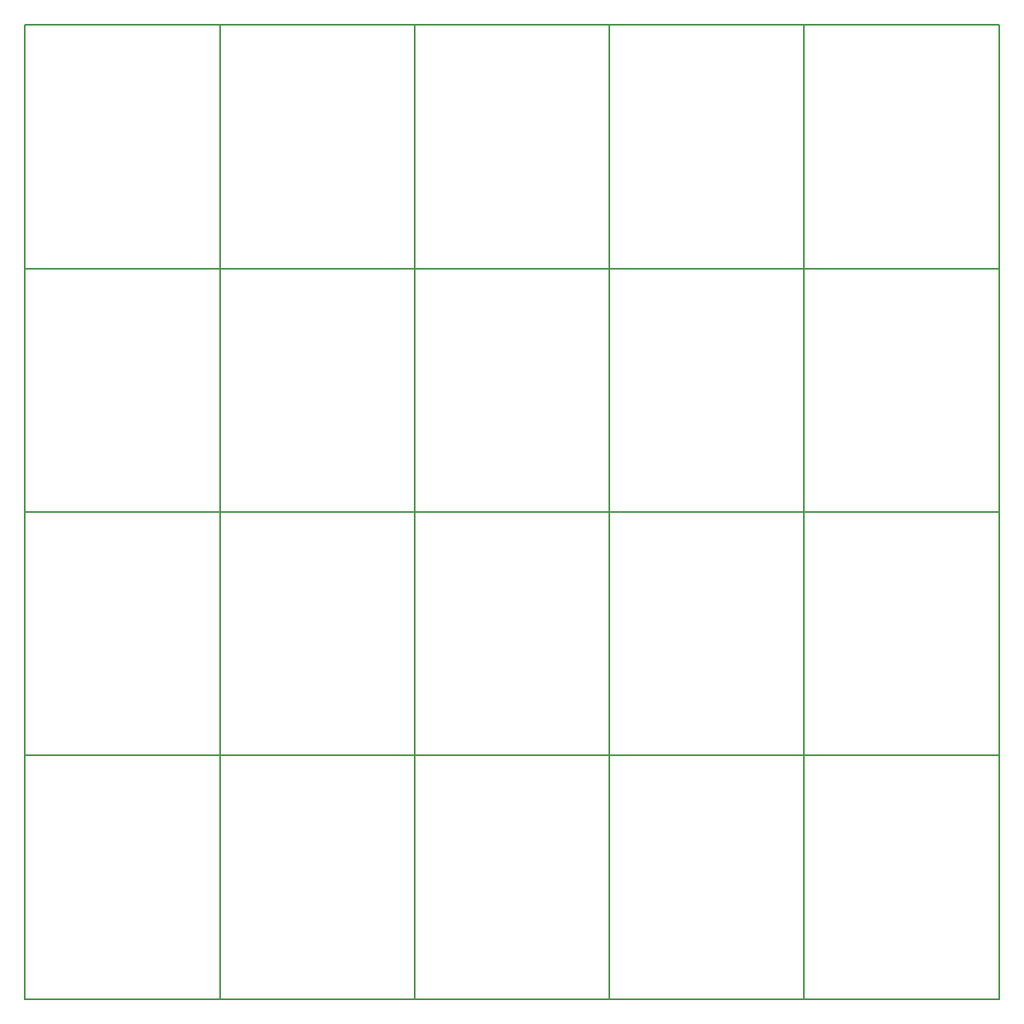
<source format=gm1>
G04 #@! TF.FileFunction,Profile,NP*
%FSLAX46Y46*%
G04 Gerber Fmt 4.6, Leading zero omitted, Abs format (unit mm)*
G04 Created by KiCad (PCBNEW 4.0.2-stable) date 12/4/2017 4:33:56 PM*
%MOMM*%
G01*
G04 APERTURE LIST*
%ADD10C,0.100000*%
%ADD11C,0.150000*%
G04 APERTURE END LIST*
D10*
D11*
X110000000Y-140000000D02*
X110000000Y-115000000D01*
X90000000Y-140000000D02*
X110000000Y-140000000D01*
X110000000Y-115000000D02*
X90000000Y-115000000D01*
X90000000Y-140000000D02*
X90000000Y-115000000D01*
X110000000Y-115000000D02*
X110000000Y-140000000D01*
X130000000Y-140000000D02*
X130000000Y-115000000D01*
X110000000Y-140000000D02*
X130000000Y-140000000D01*
X130000000Y-115000000D02*
X130000000Y-140000000D01*
X130000000Y-140000000D02*
X150000000Y-140000000D01*
X130000000Y-115000000D02*
X110000000Y-115000000D01*
X150000000Y-115000000D02*
X130000000Y-115000000D01*
X150000000Y-115000000D02*
X150000000Y-140000000D01*
X170000000Y-115000000D02*
X150000000Y-115000000D01*
X150000000Y-140000000D02*
X150000000Y-115000000D01*
X150000000Y-140000000D02*
X170000000Y-140000000D01*
X170000000Y-140000000D02*
X170000000Y-115000000D01*
X70000000Y-115000000D02*
X70000000Y-140000000D01*
X90000000Y-115000000D02*
X90000000Y-140000000D01*
X70000000Y-140000000D02*
X90000000Y-140000000D01*
X90000000Y-115000000D02*
X70000000Y-115000000D01*
X110000000Y-115000000D02*
X110000000Y-90000000D01*
X90000000Y-115000000D02*
X110000000Y-115000000D01*
X110000000Y-90000000D02*
X90000000Y-90000000D01*
X90000000Y-115000000D02*
X90000000Y-90000000D01*
X110000000Y-90000000D02*
X110000000Y-115000000D01*
X130000000Y-115000000D02*
X130000000Y-90000000D01*
X110000000Y-115000000D02*
X130000000Y-115000000D01*
X130000000Y-90000000D02*
X130000000Y-115000000D01*
X130000000Y-115000000D02*
X150000000Y-115000000D01*
X130000000Y-90000000D02*
X110000000Y-90000000D01*
X150000000Y-90000000D02*
X130000000Y-90000000D01*
X150000000Y-90000000D02*
X150000000Y-115000000D01*
X170000000Y-90000000D02*
X150000000Y-90000000D01*
X150000000Y-115000000D02*
X150000000Y-90000000D01*
X150000000Y-115000000D02*
X170000000Y-115000000D01*
X170000000Y-115000000D02*
X170000000Y-90000000D01*
X70000000Y-90000000D02*
X70000000Y-115000000D01*
X90000000Y-90000000D02*
X90000000Y-115000000D01*
X70000000Y-115000000D02*
X90000000Y-115000000D01*
X90000000Y-90000000D02*
X70000000Y-90000000D01*
X110000000Y-90000000D02*
X110000000Y-65000000D01*
X90000000Y-90000000D02*
X110000000Y-90000000D01*
X110000000Y-65000000D02*
X90000000Y-65000000D01*
X90000000Y-90000000D02*
X90000000Y-65000000D01*
X110000000Y-65000000D02*
X110000000Y-90000000D01*
X130000000Y-90000000D02*
X130000000Y-65000000D01*
X110000000Y-90000000D02*
X130000000Y-90000000D01*
X130000000Y-65000000D02*
X130000000Y-90000000D01*
X130000000Y-90000000D02*
X150000000Y-90000000D01*
X130000000Y-65000000D02*
X110000000Y-65000000D01*
X150000000Y-65000000D02*
X130000000Y-65000000D01*
X150000000Y-65000000D02*
X150000000Y-90000000D01*
X170000000Y-65000000D02*
X150000000Y-65000000D01*
X150000000Y-90000000D02*
X150000000Y-65000000D01*
X150000000Y-90000000D02*
X170000000Y-90000000D01*
X170000000Y-90000000D02*
X170000000Y-65000000D01*
X70000000Y-65000000D02*
X70000000Y-90000000D01*
X90000000Y-65000000D02*
X90000000Y-90000000D01*
X70000000Y-90000000D02*
X90000000Y-90000000D01*
X90000000Y-65000000D02*
X70000000Y-65000000D01*
X150000000Y-40000000D02*
X150000000Y-65000000D01*
X170000000Y-65000000D02*
X170000000Y-40000000D01*
X170000000Y-40000000D02*
X150000000Y-40000000D01*
X150000000Y-65000000D02*
X170000000Y-65000000D01*
X130000000Y-40000000D02*
X130000000Y-65000000D01*
X150000000Y-65000000D02*
X150000000Y-40000000D01*
X150000000Y-40000000D02*
X130000000Y-40000000D01*
X130000000Y-65000000D02*
X150000000Y-65000000D01*
X110000000Y-40000000D02*
X110000000Y-65000000D01*
X130000000Y-65000000D02*
X130000000Y-40000000D01*
X130000000Y-40000000D02*
X110000000Y-40000000D01*
X110000000Y-65000000D02*
X130000000Y-65000000D01*
X90000000Y-40000000D02*
X90000000Y-65000000D01*
X110000000Y-65000000D02*
X110000000Y-40000000D01*
X110000000Y-40000000D02*
X90000000Y-40000000D01*
X90000000Y-65000000D02*
X110000000Y-65000000D01*
X90000000Y-40000000D02*
X70000000Y-40000000D01*
X90000000Y-65000000D02*
X90000000Y-40000000D01*
X70000000Y-65000000D02*
X90000000Y-65000000D01*
X70000000Y-40000000D02*
X70000000Y-65000000D01*
M02*

</source>
